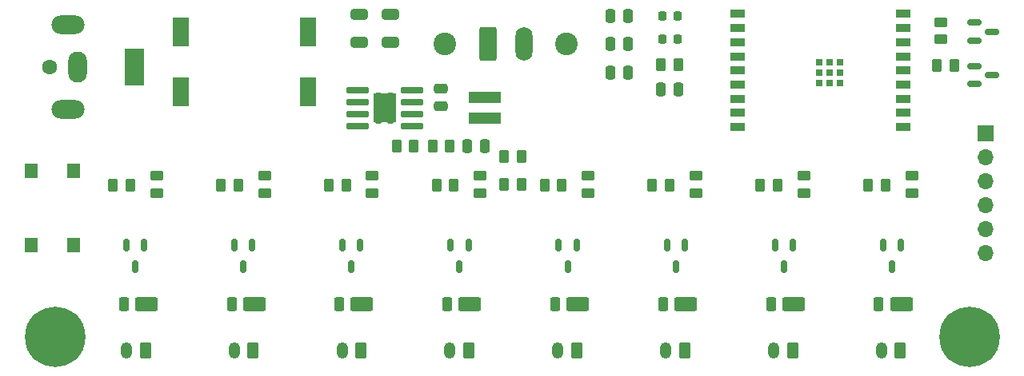
<source format=gbr>
%TF.GenerationSoftware,KiCad,Pcbnew,9.0.0*%
%TF.CreationDate,2025-06-20T07:10:20-05:00*%
%TF.ProjectId,driver-board,64726976-6572-42d6-926f-6172642e6b69,rev?*%
%TF.SameCoordinates,Original*%
%TF.FileFunction,Soldermask,Top*%
%TF.FilePolarity,Negative*%
%FSLAX46Y46*%
G04 Gerber Fmt 4.6, Leading zero omitted, Abs format (unit mm)*
G04 Created by KiCad (PCBNEW 9.0.0) date 2025-06-20 07:10:20*
%MOMM*%
%LPD*%
G01*
G04 APERTURE LIST*
G04 Aperture macros list*
%AMRoundRect*
0 Rectangle with rounded corners*
0 $1 Rounding radius*
0 $2 $3 $4 $5 $6 $7 $8 $9 X,Y pos of 4 corners*
0 Add a 4 corners polygon primitive as box body*
4,1,4,$2,$3,$4,$5,$6,$7,$8,$9,$2,$3,0*
0 Add four circle primitives for the rounded corners*
1,1,$1+$1,$2,$3*
1,1,$1+$1,$4,$5*
1,1,$1+$1,$6,$7*
1,1,$1+$1,$8,$9*
0 Add four rect primitives between the rounded corners*
20,1,$1+$1,$2,$3,$4,$5,0*
20,1,$1+$1,$4,$5,$6,$7,0*
20,1,$1+$1,$6,$7,$8,$9,0*
20,1,$1+$1,$8,$9,$2,$3,0*%
G04 Aperture macros list end*
%ADD10RoundRect,0.250000X0.450000X-0.262500X0.450000X0.262500X-0.450000X0.262500X-0.450000X-0.262500X0*%
%ADD11RoundRect,0.250000X0.350000X0.625000X-0.350000X0.625000X-0.350000X-0.625000X0.350000X-0.625000X0*%
%ADD12O,1.200000X1.750000*%
%ADD13C,6.400000*%
%ADD14R,3.500000X1.300000*%
%ADD15RoundRect,0.250000X-0.262500X-0.450000X0.262500X-0.450000X0.262500X0.450000X-0.262500X0.450000X0*%
%ADD16C,1.600000*%
%ADD17R,2.000000X4.000000*%
%ADD18O,2.000000X3.300000*%
%ADD19O,3.500000X2.000000*%
%ADD20RoundRect,0.250000X-0.950000X-0.500000X0.950000X-0.500000X0.950000X0.500000X-0.950000X0.500000X0*%
%ADD21RoundRect,0.250000X-0.275000X-0.500000X0.275000X-0.500000X0.275000X0.500000X-0.275000X0.500000X0*%
%ADD22RoundRect,0.250000X-0.650000X0.325000X-0.650000X-0.325000X0.650000X-0.325000X0.650000X0.325000X0*%
%ADD23RoundRect,0.150000X-0.587500X-0.150000X0.587500X-0.150000X0.587500X0.150000X-0.587500X0.150000X0*%
%ADD24RoundRect,0.250000X0.250000X0.475000X-0.250000X0.475000X-0.250000X-0.475000X0.250000X-0.475000X0*%
%ADD25RoundRect,0.150000X-0.150000X0.512500X-0.150000X-0.512500X0.150000X-0.512500X0.150000X0.512500X0*%
%ADD26RoundRect,0.102000X-0.785000X-1.410000X0.785000X-1.410000X0.785000X1.410000X-0.785000X1.410000X0*%
%ADD27R,2.400000X3.100000*%
%ADD28RoundRect,0.070000X-1.100000X-0.250000X1.100000X-0.250000X1.100000X0.250000X-1.100000X0.250000X0*%
%ADD29C,0.770000*%
%ADD30RoundRect,0.225000X0.225000X0.250000X-0.225000X0.250000X-0.225000X-0.250000X0.225000X-0.250000X0*%
%ADD31R,1.700000X1.700000*%
%ADD32O,1.700000X1.700000*%
%ADD33RoundRect,0.250000X-0.250000X-0.475000X0.250000X-0.475000X0.250000X0.475000X-0.250000X0.475000X0*%
%ADD34R,1.400048X1.549908*%
%ADD35RoundRect,0.250000X0.475000X-0.250000X0.475000X0.250000X-0.475000X0.250000X-0.475000X-0.250000X0*%
%ADD36C,2.400000*%
%ADD37RoundRect,0.250000X-0.650000X-1.550000X0.650000X-1.550000X0.650000X1.550000X-0.650000X1.550000X0*%
%ADD38O,1.800000X3.600000*%
%ADD39RoundRect,0.250000X0.262500X0.450000X-0.262500X0.450000X-0.262500X-0.450000X0.262500X-0.450000X0*%
%ADD40R,1.500000X0.900000*%
%ADD41R,0.700000X0.700000*%
G04 APERTURE END LIST*
D10*
%TO.C,R1*%
X78100000Y-102112500D03*
X78100000Y-100287500D03*
%TD*%
D11*
%TO.C,J6*%
X133971429Y-118800000D03*
D12*
X131971429Y-118800000D03*
%TD*%
D13*
%TO.C,H2*%
X164100000Y-117350000D03*
%TD*%
D14*
%TO.C,L1*%
X112790000Y-91950000D03*
X112790000Y-94150000D03*
%TD*%
D15*
%TO.C,R16*%
X153387500Y-101300000D03*
X155212500Y-101300000D03*
%TD*%
D16*
%TO.C,J10*%
X66750000Y-88760000D03*
D17*
X75750000Y-88760000D03*
D18*
X69750000Y-88760000D03*
D19*
X68750000Y-84260000D03*
X68750000Y-93260000D03*
%TD*%
D15*
%TO.C,R25*%
X107290000Y-97150000D03*
X109115000Y-97150000D03*
%TD*%
%TO.C,R6*%
X96316071Y-101300000D03*
X98141071Y-101300000D03*
%TD*%
D20*
%TO.C,D7*%
X145485714Y-113900000D03*
D21*
X143110714Y-113900000D03*
%TD*%
D22*
%TO.C,C10*%
X102850000Y-83150000D03*
X102850000Y-86100000D03*
%TD*%
D23*
%TO.C,Q9*%
X164625000Y-84025000D03*
X164625000Y-85925000D03*
X166500000Y-84975000D03*
%TD*%
%TO.C,Q10*%
X164625000Y-88650000D03*
X164625000Y-90550000D03*
X166500000Y-89600000D03*
%TD*%
D10*
%TO.C,R11*%
X135171429Y-102112500D03*
X135171429Y-100287500D03*
%TD*%
D24*
%TO.C,C3*%
X133350000Y-91100000D03*
X131450000Y-91100000D03*
%TD*%
D25*
%TO.C,Q14*%
X111098571Y-107612500D03*
X109198571Y-107612500D03*
X110148571Y-109887500D03*
%TD*%
%TO.C,Q13*%
X99653214Y-107612500D03*
X97753214Y-107612500D03*
X98703214Y-109887500D03*
%TD*%
D10*
%TO.C,R9*%
X123757143Y-102112500D03*
X123757143Y-100287500D03*
%TD*%
D26*
%TO.C,F1*%
X80670000Y-85040000D03*
X80670000Y-91360000D03*
X94130000Y-85040000D03*
X94130000Y-91360000D03*
%TD*%
D20*
%TO.C,D8*%
X156900000Y-113900000D03*
D21*
X154525000Y-113900000D03*
%TD*%
D27*
%TO.C,U2*%
X102215000Y-93085000D03*
D28*
X99340000Y-91180000D03*
X99340000Y-92450000D03*
X99340000Y-93720000D03*
X99340000Y-94990000D03*
X105090000Y-94990000D03*
X105090000Y-93720000D03*
X105090000Y-92450000D03*
X105090000Y-91180000D03*
D29*
X101565000Y-91785000D03*
X101565000Y-93085000D03*
X101565000Y-94385000D03*
X102865000Y-91785000D03*
X102865000Y-93085000D03*
X102865000Y-94385000D03*
%TD*%
D30*
%TO.C,C20*%
X133200000Y-83300000D03*
X131650000Y-83300000D03*
%TD*%
D10*
%TO.C,R15*%
X158000000Y-102112500D03*
X158000000Y-100287500D03*
%TD*%
D30*
%TO.C,C19*%
X133200000Y-85810000D03*
X131650000Y-85810000D03*
%TD*%
D25*
%TO.C,Q16*%
X133989286Y-107612500D03*
X132089286Y-107612500D03*
X133039286Y-109887500D03*
%TD*%
%TO.C,Q17*%
X145434643Y-107612500D03*
X143534643Y-107612500D03*
X144484643Y-109887500D03*
%TD*%
D20*
%TO.C,D5*%
X122657143Y-113900000D03*
D21*
X120282143Y-113900000D03*
%TD*%
D31*
%TO.C,J9*%
X165800000Y-95800000D03*
D32*
X165800000Y-98340000D03*
X165800000Y-100880000D03*
X165800000Y-103420000D03*
X165800000Y-105960000D03*
X165800000Y-108500000D03*
%TD*%
D10*
%TO.C,R5*%
X100928571Y-102112500D03*
X100928571Y-100287500D03*
%TD*%
D20*
%TO.C,D1*%
X77000000Y-113900000D03*
D21*
X74625000Y-113900000D03*
%TD*%
D11*
%TO.C,J4*%
X111142857Y-118800000D03*
D12*
X109142857Y-118800000D03*
%TD*%
D15*
%TO.C,R12*%
X130558929Y-101300000D03*
X132383929Y-101300000D03*
%TD*%
%TO.C,R10*%
X119144643Y-101300000D03*
X120969643Y-101300000D03*
%TD*%
D13*
%TO.C,H1*%
X67400000Y-117350000D03*
%TD*%
D15*
%TO.C,R27*%
X114887500Y-98250000D03*
X116712500Y-98250000D03*
%TD*%
D33*
%TO.C,C14*%
X126100000Y-83280000D03*
X128000000Y-83280000D03*
%TD*%
D25*
%TO.C,Q15*%
X122543929Y-107612500D03*
X120643929Y-107612500D03*
X121593929Y-109887500D03*
%TD*%
D10*
%TO.C,R7*%
X112342857Y-102112500D03*
X112342857Y-100287500D03*
%TD*%
D11*
%TO.C,J7*%
X145385714Y-118800000D03*
D12*
X143385714Y-118800000D03*
%TD*%
D11*
%TO.C,J1*%
X76900000Y-118800000D03*
D12*
X74900000Y-118800000D03*
%TD*%
D10*
%TO.C,R13*%
X146585714Y-102112500D03*
X146585714Y-100287500D03*
%TD*%
D15*
%TO.C,R24*%
X160687500Y-88600000D03*
X162512500Y-88600000D03*
%TD*%
%TO.C,R17*%
X131487500Y-88500000D03*
X133312500Y-88500000D03*
%TD*%
D11*
%TO.C,J5*%
X122557143Y-118800000D03*
D12*
X120557143Y-118800000D03*
%TD*%
D34*
%TO.C,SW1*%
X64799998Y-107649996D03*
X69300000Y-107649996D03*
X64799998Y-99700000D03*
X69300000Y-99700000D03*
%TD*%
D15*
%TO.C,R14*%
X141973214Y-101300000D03*
X143798214Y-101300000D03*
%TD*%
D33*
%TO.C,C15*%
X126100000Y-86290000D03*
X128000000Y-86290000D03*
%TD*%
D35*
%TO.C,C12*%
X108190000Y-92900000D03*
X108190000Y-91000000D03*
%TD*%
D25*
%TO.C,Q12*%
X88207857Y-107612500D03*
X86307857Y-107612500D03*
X87257857Y-109887500D03*
%TD*%
D33*
%TO.C,C13*%
X110940000Y-97150000D03*
X112840000Y-97150000D03*
%TD*%
D20*
%TO.C,D6*%
X134071429Y-113900000D03*
D21*
X131696429Y-113900000D03*
%TD*%
D15*
%TO.C,R8*%
X107730357Y-101300000D03*
X109555357Y-101300000D03*
%TD*%
%TO.C,R26*%
X103477500Y-97150000D03*
X105302500Y-97150000D03*
%TD*%
D25*
%TO.C,Q11*%
X76762500Y-107612500D03*
X74862500Y-107612500D03*
X75812500Y-109887500D03*
%TD*%
D10*
%TO.C,R3*%
X89514286Y-102112500D03*
X89514286Y-100287500D03*
%TD*%
D33*
%TO.C,C16*%
X126100000Y-89300000D03*
X128000000Y-89300000D03*
%TD*%
D36*
%TO.C,J12*%
X108630000Y-86290000D03*
X121440000Y-86290000D03*
D37*
X113130000Y-86290000D03*
D38*
X116940000Y-86290000D03*
%TD*%
D39*
%TO.C,R28*%
X116712500Y-101200000D03*
X114887500Y-101200000D03*
%TD*%
D20*
%TO.C,D2*%
X88414286Y-113900000D03*
D21*
X86039286Y-113900000D03*
%TD*%
D11*
%TO.C,J8*%
X156800000Y-118800000D03*
D12*
X154800000Y-118800000D03*
%TD*%
D40*
%TO.C,U4*%
X139600000Y-83100000D03*
X139600000Y-84600000D03*
X139600000Y-86100000D03*
X139600000Y-87600000D03*
X139600000Y-89100000D03*
X139600000Y-90600000D03*
X139600000Y-92100000D03*
X139600000Y-93600000D03*
X139600000Y-95100000D03*
X157100000Y-95100000D03*
X157100000Y-93600000D03*
X157100000Y-92100000D03*
X157100000Y-90600000D03*
X157100000Y-89100000D03*
X157100000Y-87600000D03*
X157100000Y-86100000D03*
X157100000Y-84600000D03*
X157100000Y-83100000D03*
D41*
X148210000Y-88200000D03*
X149310000Y-88200000D03*
X150410000Y-88200000D03*
X148210000Y-89300000D03*
X149310000Y-89300000D03*
X150410000Y-89300000D03*
X148210000Y-90400000D03*
X149310000Y-90400000D03*
X150410000Y-90400000D03*
%TD*%
D10*
%TO.C,R23*%
X161100000Y-85800000D03*
X161100000Y-83975000D03*
%TD*%
D25*
%TO.C,Q18*%
X156880000Y-107612500D03*
X154980000Y-107612500D03*
X155930000Y-109887500D03*
%TD*%
D15*
%TO.C,R2*%
X73487500Y-101300000D03*
X75312500Y-101300000D03*
%TD*%
D20*
%TO.C,D4*%
X111242857Y-113900000D03*
D21*
X108867857Y-113900000D03*
%TD*%
D22*
%TO.C,C11*%
X99500000Y-83150000D03*
X99500000Y-86100000D03*
%TD*%
D11*
%TO.C,J2*%
X88314286Y-118800000D03*
D12*
X86314286Y-118800000D03*
%TD*%
D20*
%TO.C,D3*%
X99828571Y-113900000D03*
D21*
X97453571Y-113900000D03*
%TD*%
D11*
%TO.C,J3*%
X99728571Y-118800000D03*
D12*
X97728571Y-118800000D03*
%TD*%
D15*
%TO.C,R4*%
X84901786Y-101300000D03*
X86726786Y-101300000D03*
%TD*%
M02*

</source>
